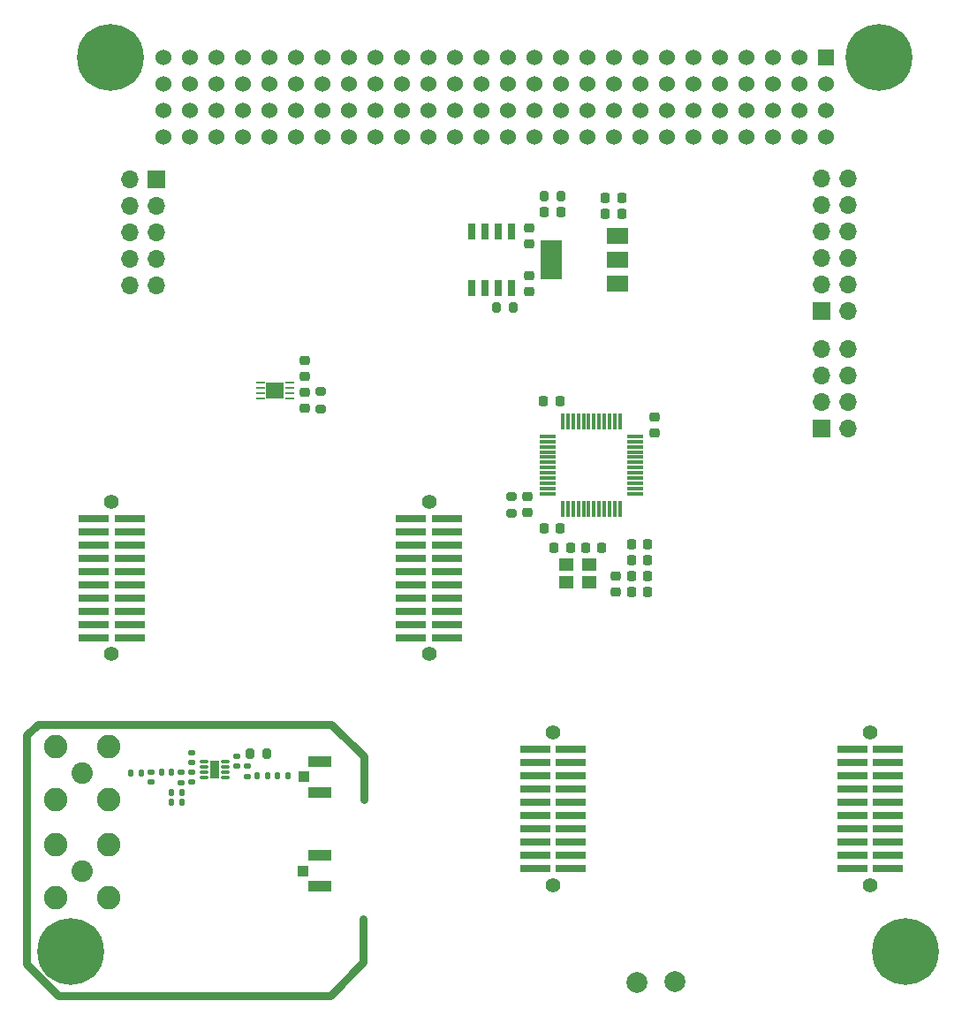
<source format=gts>
G04 #@! TF.GenerationSoftware,KiCad,Pcbnew,(6.0.7-1)-1*
G04 #@! TF.CreationDate,2023-01-03T11:55:49-05:00*
G04 #@! TF.ProjectId,comm-rfb,636f6d6d-2d72-4666-922e-6b696361645f,rev?*
G04 #@! TF.SameCoordinates,Original*
G04 #@! TF.FileFunction,Soldermask,Top*
G04 #@! TF.FilePolarity,Negative*
%FSLAX46Y46*%
G04 Gerber Fmt 4.6, Leading zero omitted, Abs format (unit mm)*
G04 Created by KiCad (PCBNEW (6.0.7-1)-1) date 2023-01-03 11:55:49*
%MOMM*%
%LPD*%
G01*
G04 APERTURE LIST*
G04 Aperture macros list*
%AMRoundRect*
0 Rectangle with rounded corners*
0 $1 Rounding radius*
0 $2 $3 $4 $5 $6 $7 $8 $9 X,Y pos of 4 corners*
0 Add a 4 corners polygon primitive as box body*
4,1,4,$2,$3,$4,$5,$6,$7,$8,$9,$2,$3,0*
0 Add four circle primitives for the rounded corners*
1,1,$1+$1,$2,$3*
1,1,$1+$1,$4,$5*
1,1,$1+$1,$6,$7*
1,1,$1+$1,$8,$9*
0 Add four rect primitives between the rounded corners*
20,1,$1+$1,$2,$3,$4,$5,0*
20,1,$1+$1,$4,$5,$6,$7,0*
20,1,$1+$1,$6,$7,$8,$9,0*
20,1,$1+$1,$8,$9,$2,$3,0*%
G04 Aperture macros list end*
%ADD10C,0.762000*%
%ADD11RoundRect,0.140000X0.170000X-0.140000X0.170000X0.140000X-0.170000X0.140000X-0.170000X-0.140000X0*%
%ADD12C,6.400000*%
%ADD13C,3.600000*%
%ADD14RoundRect,0.140000X-0.170000X0.140000X-0.170000X-0.140000X0.170000X-0.140000X0.170000X0.140000X0*%
%ADD15RoundRect,0.225000X0.250000X-0.225000X0.250000X0.225000X-0.250000X0.225000X-0.250000X-0.225000X0*%
%ADD16RoundRect,0.225000X-0.250000X0.225000X-0.250000X-0.225000X0.250000X-0.225000X0.250000X0.225000X0*%
%ADD17C,1.420000*%
%ADD18R,2.920000X0.740000*%
%ADD19RoundRect,0.225000X-0.225000X-0.250000X0.225000X-0.250000X0.225000X0.250000X-0.225000X0.250000X0*%
%ADD20RoundRect,0.147500X0.172500X-0.147500X0.172500X0.147500X-0.172500X0.147500X-0.172500X-0.147500X0*%
%ADD21RoundRect,0.225000X0.225000X0.250000X-0.225000X0.250000X-0.225000X-0.250000X0.225000X-0.250000X0*%
%ADD22RoundRect,0.135000X0.185000X-0.135000X0.185000X0.135000X-0.185000X0.135000X-0.185000X-0.135000X0*%
%ADD23RoundRect,0.140000X0.140000X0.170000X-0.140000X0.170000X-0.140000X-0.170000X0.140000X-0.170000X0*%
%ADD24C,2.050000*%
%ADD25C,2.250000*%
%ADD26C,2.000000*%
%ADD27RoundRect,0.218750X0.218750X0.256250X-0.218750X0.256250X-0.218750X-0.256250X0.218750X-0.256250X0*%
%ADD28R,0.812800X0.254000*%
%ADD29R,1.752600X1.549400*%
%ADD30RoundRect,0.200000X0.200000X0.275000X-0.200000X0.275000X-0.200000X-0.275000X0.200000X-0.275000X0*%
%ADD31R,0.650000X1.525000*%
%ADD32R,1.400000X1.200000*%
%ADD33R,1.050000X1.000000*%
%ADD34R,2.200000X1.050000*%
%ADD35RoundRect,0.218750X-0.218750X-0.256250X0.218750X-0.256250X0.218750X0.256250X-0.218750X0.256250X0*%
%ADD36RoundRect,0.200000X-0.275000X0.200000X-0.275000X-0.200000X0.275000X-0.200000X0.275000X0.200000X0*%
%ADD37RoundRect,0.135000X0.135000X0.185000X-0.135000X0.185000X-0.135000X-0.185000X0.135000X-0.185000X0*%
%ADD38R,1.524000X1.524000*%
%ADD39C,1.524000*%
%ADD40R,1.700000X1.700000*%
%ADD41O,1.700000X1.700000*%
%ADD42RoundRect,0.147500X0.147500X0.172500X-0.147500X0.172500X-0.147500X-0.172500X0.147500X-0.172500X0*%
%ADD43RoundRect,0.033000X0.117000X-0.747000X0.117000X0.747000X-0.117000X0.747000X-0.117000X-0.747000X0*%
%ADD44RoundRect,0.033000X0.747000X0.117000X-0.747000X0.117000X-0.747000X-0.117000X0.747000X-0.117000X0*%
%ADD45RoundRect,0.033000X-0.117000X0.747000X-0.117000X-0.747000X0.117000X-0.747000X0.117000X0.747000X0*%
%ADD46RoundRect,0.033000X-0.747000X-0.117000X0.747000X-0.117000X0.747000X0.117000X-0.747000X0.117000X0*%
%ADD47RoundRect,0.200000X0.275000X-0.200000X0.275000X0.200000X-0.275000X0.200000X-0.275000X-0.200000X0*%
%ADD48R,2.000000X1.500000*%
%ADD49R,2.000000X3.800000*%
%ADD50RoundRect,0.007800X0.347200X0.122200X-0.347200X0.122200X-0.347200X-0.122200X0.347200X-0.122200X0*%
%ADD51RoundRect,0.007800X-0.347200X-0.122200X0.347200X-0.122200X0.347200X0.122200X-0.347200X0.122200X0*%
%ADD52R,0.900000X1.700000*%
%ADD53RoundRect,0.200000X-0.200000X-0.275000X0.200000X-0.275000X0.200000X0.275000X-0.200000X0.275000X0*%
%ADD54RoundRect,0.218750X-0.256250X0.218750X-0.256250X-0.218750X0.256250X-0.218750X0.256250X0.218750X0*%
G04 APERTURE END LIST*
D10*
X111150400Y-115976400D02*
X110083600Y-117043200D01*
X142392400Y-123164600D02*
X142392400Y-119075200D01*
X139293600Y-115976400D02*
X111150400Y-115976400D01*
X110083600Y-117043200D02*
X110083600Y-138887200D01*
X113131600Y-141986000D02*
X139141200Y-141986000D01*
X142341600Y-138734800D02*
X142341600Y-134645400D01*
X139141200Y-141986000D02*
X142341600Y-138785600D01*
X110083600Y-138938000D02*
X113131600Y-141986000D01*
X142392400Y-119075200D02*
X139293600Y-115976400D01*
D11*
X125907800Y-119631400D03*
X125907800Y-118671400D03*
D12*
X191770000Y-52070000D03*
D13*
X191770000Y-52070000D03*
D14*
X122021600Y-120576400D03*
X122021600Y-121536400D03*
D15*
X136728200Y-82639200D03*
X136728200Y-81089200D03*
D11*
X130225800Y-119987000D03*
X130225800Y-119027000D03*
D16*
X158190800Y-72961200D03*
X158190800Y-74511200D03*
D17*
X160489400Y-116774000D03*
X160489400Y-131384000D03*
D18*
X162204400Y-129794000D03*
X158774400Y-129794000D03*
X162204400Y-128524000D03*
X158774400Y-128524000D03*
X162204400Y-127254000D03*
X158774400Y-127254000D03*
X162204400Y-125984000D03*
X158774400Y-125984000D03*
X162204400Y-124714000D03*
X158774400Y-124714000D03*
X162204400Y-123444000D03*
X158774400Y-123444000D03*
X162204400Y-122174000D03*
X158774400Y-122174000D03*
X162204400Y-120904000D03*
X158774400Y-120904000D03*
X162204400Y-119634000D03*
X158774400Y-119634000D03*
X162204400Y-118364000D03*
X158774400Y-118364000D03*
D19*
X163613800Y-99110800D03*
X165163800Y-99110800D03*
D13*
X118110000Y-52070000D03*
D12*
X118110000Y-52070000D03*
D20*
X125907800Y-121541400D03*
X125907800Y-120571400D03*
D21*
X161201400Y-97231200D03*
X159651400Y-97231200D03*
X162166600Y-99110800D03*
X160616600Y-99110800D03*
D12*
X114300000Y-137795000D03*
D13*
X114300000Y-137795000D03*
D21*
X167094200Y-67056000D03*
X165544200Y-67056000D03*
D22*
X124891800Y-121566400D03*
X124891800Y-120546400D03*
D15*
X158089600Y-95720200D03*
X158089600Y-94170200D03*
D19*
X168046400Y-98755200D03*
X169596400Y-98755200D03*
D23*
X123924000Y-120599200D03*
X122964000Y-120599200D03*
D24*
X115366800Y-130048000D03*
D25*
X117906800Y-127508000D03*
X117906800Y-132588000D03*
X112826800Y-127508000D03*
X112826800Y-132588000D03*
D26*
X172161200Y-140665200D03*
D27*
X161264300Y-66878200D03*
X159689300Y-66878200D03*
D19*
X159600600Y-85039200D03*
X161150600Y-85039200D03*
X168020900Y-100279200D03*
X169570900Y-100279200D03*
D26*
X168554400Y-140716000D03*
D28*
X132461000Y-83273199D03*
X132461000Y-83773200D03*
X132461000Y-84273200D03*
X132461000Y-84773201D03*
X135255000Y-84773201D03*
X135255000Y-84273200D03*
X135255000Y-83773200D03*
X135255000Y-83273199D03*
D29*
X133858000Y-84023200D03*
D30*
X133084800Y-118770400D03*
X131434800Y-118770400D03*
D31*
X156539800Y-68738200D03*
X155269800Y-68738200D03*
X153999800Y-68738200D03*
X152729800Y-68738200D03*
X152729800Y-74162200D03*
X153999800Y-74162200D03*
X155269800Y-74162200D03*
X156539800Y-74162200D03*
D21*
X169570900Y-103327200D03*
X168020900Y-103327200D03*
D30*
X156729800Y-76022200D03*
X155079800Y-76022200D03*
D32*
X164015600Y-100699200D03*
X161815600Y-100699200D03*
X161815600Y-102399200D03*
X164015600Y-102399200D03*
D23*
X124914600Y-122504200D03*
X123954600Y-122504200D03*
D33*
X136594600Y-121005600D03*
D34*
X138119600Y-119530600D03*
X138119600Y-122480600D03*
D35*
X168008400Y-101803200D03*
X169583400Y-101803200D03*
D36*
X156565600Y-94120200D03*
X156565600Y-95770200D03*
D24*
X115417600Y-120650000D03*
D25*
X117957600Y-118110000D03*
X112877600Y-118110000D03*
X117957600Y-123190000D03*
X112877600Y-123190000D03*
D37*
X121083800Y-120624600D03*
X120063800Y-120624600D03*
D27*
X167106300Y-65532000D03*
X165531300Y-65532000D03*
D38*
X186690000Y-52070000D03*
D39*
X186690000Y-54610000D03*
X184150000Y-52070000D03*
X184150000Y-54610000D03*
X181610000Y-52070000D03*
X181610000Y-54610000D03*
X179070000Y-52070000D03*
X179070000Y-54610000D03*
X176530000Y-52070000D03*
X176530000Y-54610000D03*
X173990000Y-52070000D03*
X173990000Y-54610000D03*
X171450000Y-52070000D03*
X171450000Y-54610000D03*
X168910000Y-52070000D03*
X168910000Y-54610000D03*
X166370000Y-52070000D03*
X166370000Y-54610000D03*
X163830000Y-52070000D03*
X163830000Y-54610000D03*
X161290000Y-52070000D03*
X161290000Y-54610000D03*
X158750000Y-52070000D03*
X158750000Y-54610000D03*
X156210000Y-52070000D03*
X156210000Y-54610000D03*
X153670000Y-52070000D03*
X153670000Y-54610000D03*
X151130000Y-52070000D03*
X151130000Y-54610000D03*
X148590000Y-52070000D03*
X148590000Y-54610000D03*
X146050000Y-52070000D03*
X146050000Y-54610000D03*
X143510000Y-52070000D03*
X143510000Y-54610000D03*
X140970000Y-52070000D03*
X140970000Y-54610000D03*
X138430000Y-52070000D03*
X138430000Y-54610000D03*
X135890000Y-52070000D03*
X135890000Y-54610000D03*
X133350000Y-52070000D03*
X133350000Y-54610000D03*
X130810000Y-52070000D03*
X130810000Y-54610000D03*
X128270000Y-52070000D03*
X128270000Y-54610000D03*
X125730000Y-52070000D03*
X125730000Y-54610000D03*
X123190000Y-52070000D03*
X123190000Y-54610000D03*
X186690000Y-57150000D03*
X186690000Y-59690000D03*
X184150000Y-57150000D03*
X184150000Y-59690000D03*
X181610000Y-57150000D03*
X181610000Y-59690000D03*
X179070000Y-57150000D03*
X179070000Y-59690000D03*
X176530000Y-57150000D03*
X176530000Y-59690000D03*
X173990000Y-57150000D03*
X173990000Y-59690000D03*
X171450000Y-57150000D03*
X171450000Y-59690000D03*
X168910000Y-57150000D03*
X168910000Y-59690000D03*
X166370000Y-57150000D03*
X166370000Y-59690000D03*
X163830000Y-57150000D03*
X163830000Y-59690000D03*
X161290000Y-57150000D03*
X161290000Y-59690000D03*
X158750000Y-57150000D03*
X158750000Y-59690000D03*
X156210000Y-57150000D03*
X156210000Y-59690000D03*
X153670000Y-57150000D03*
X153670000Y-59690000D03*
X151130000Y-57150000D03*
X151130000Y-59690000D03*
X148590000Y-57150000D03*
X148590000Y-59690000D03*
X146050000Y-57150000D03*
X146050000Y-59690000D03*
X143510000Y-57150000D03*
X143510000Y-59690000D03*
X140970000Y-57150000D03*
X140970000Y-59690000D03*
X138430000Y-57150000D03*
X138430000Y-59690000D03*
X135890000Y-57150000D03*
X135890000Y-59690000D03*
X133350000Y-57150000D03*
X133350000Y-59690000D03*
X130810000Y-57150000D03*
X130810000Y-59690000D03*
X128270000Y-57150000D03*
X128270000Y-59690000D03*
X125730000Y-57150000D03*
X125730000Y-59690000D03*
X123190000Y-57150000D03*
X123190000Y-59690000D03*
D16*
X166522400Y-101790200D03*
X166522400Y-103340200D03*
D23*
X133146600Y-120954800D03*
X132186600Y-120954800D03*
D17*
X118211600Y-109260600D03*
X118211600Y-94650600D03*
D18*
X119926600Y-107670600D03*
X116496600Y-107670600D03*
X119926600Y-106400600D03*
X116496600Y-106400600D03*
X119926600Y-105130600D03*
X116496600Y-105130600D03*
X119926600Y-103860600D03*
X116496600Y-103860600D03*
X119926600Y-102590600D03*
X116496600Y-102590600D03*
X119926600Y-101320600D03*
X116496600Y-101320600D03*
X119926600Y-100050600D03*
X116496600Y-100050600D03*
X119926600Y-98780600D03*
X116496600Y-98780600D03*
X119926600Y-97510600D03*
X116496600Y-97510600D03*
X119926600Y-96240600D03*
X116496600Y-96240600D03*
D40*
X186232800Y-87620000D03*
D41*
X188772800Y-87620000D03*
X186232800Y-85080000D03*
X188772800Y-85080000D03*
X186232800Y-82540000D03*
X188772800Y-82540000D03*
X186232800Y-80000000D03*
X188772800Y-80000000D03*
D33*
X136589600Y-130048000D03*
D34*
X138114600Y-128573000D03*
X138114600Y-131523000D03*
D17*
X148615400Y-94650600D03*
X148615400Y-109260600D03*
D18*
X150330400Y-107670600D03*
X146900400Y-107670600D03*
X150330400Y-106400600D03*
X146900400Y-106400600D03*
X150330400Y-105130600D03*
X146900400Y-105130600D03*
X150330400Y-103860600D03*
X146900400Y-103860600D03*
X150330400Y-102590600D03*
X146900400Y-102590600D03*
X150330400Y-101320600D03*
X146900400Y-101320600D03*
X150330400Y-100050600D03*
X146900400Y-100050600D03*
X150330400Y-98780600D03*
X146900400Y-98780600D03*
X150330400Y-97510600D03*
X146900400Y-97510600D03*
X150330400Y-96240600D03*
X146900400Y-96240600D03*
D42*
X135082000Y-120954800D03*
X134112000Y-120954800D03*
D43*
X161435600Y-95315200D03*
X161935600Y-95315200D03*
X162435600Y-95315200D03*
X162935600Y-95315200D03*
X163435600Y-95315200D03*
X163935600Y-95315200D03*
X164435600Y-95315200D03*
X164935600Y-95315200D03*
X165435600Y-95315200D03*
X165935600Y-95315200D03*
X166435600Y-95315200D03*
X166935600Y-95315200D03*
D44*
X168365600Y-93885200D03*
X168365600Y-93385200D03*
X168365600Y-92885200D03*
X168365600Y-92385200D03*
X168365600Y-91885200D03*
X168365600Y-91385200D03*
X168365600Y-90885200D03*
X168365600Y-90385200D03*
X168365600Y-89885200D03*
X168365600Y-89385200D03*
X168365600Y-88885200D03*
X168365600Y-88385200D03*
D45*
X166935600Y-86955200D03*
X166435600Y-86955200D03*
X165935600Y-86955200D03*
X165435600Y-86955200D03*
X164935600Y-86955200D03*
X164435600Y-86955200D03*
X163935600Y-86955200D03*
X163435600Y-86955200D03*
X162935600Y-86955200D03*
X162435600Y-86955200D03*
X161935600Y-86955200D03*
X161435600Y-86955200D03*
D46*
X160005600Y-88385200D03*
X160005600Y-88885200D03*
X160005600Y-89385200D03*
X160005600Y-89885200D03*
X160005600Y-90385200D03*
X160005600Y-90885200D03*
X160005600Y-91385200D03*
X160005600Y-91885200D03*
X160005600Y-92385200D03*
X160005600Y-92885200D03*
X160005600Y-93385200D03*
X160005600Y-93885200D03*
D13*
X194310000Y-137795000D03*
D12*
X194310000Y-137795000D03*
D16*
X158190800Y-68389200D03*
X158190800Y-69939200D03*
D47*
X138277600Y-85762600D03*
X138277600Y-84112600D03*
D40*
X122465000Y-63734000D03*
D41*
X119925000Y-63734000D03*
X122465000Y-66274000D03*
X119925000Y-66274000D03*
X122465000Y-68814000D03*
X119925000Y-68814000D03*
X122465000Y-71354000D03*
X119925000Y-71354000D03*
X122465000Y-73894000D03*
X119925000Y-73894000D03*
D48*
X166674800Y-73750200D03*
D49*
X160374800Y-71450200D03*
D48*
X166674800Y-71450200D03*
X166674800Y-69150200D03*
D40*
X186272000Y-76378200D03*
D41*
X188812000Y-76378200D03*
X186272000Y-73838200D03*
X188812000Y-73838200D03*
X186272000Y-71298200D03*
X188812000Y-71298200D03*
X186272000Y-68758200D03*
X188812000Y-68758200D03*
X186272000Y-66218200D03*
X188812000Y-66218200D03*
X186272000Y-63678200D03*
X188812000Y-63678200D03*
D17*
X190890000Y-116774000D03*
X190890000Y-131384000D03*
D18*
X192605000Y-129794000D03*
X189175000Y-129794000D03*
X192605000Y-128524000D03*
X189175000Y-128524000D03*
X192605000Y-127254000D03*
X189175000Y-127254000D03*
X192605000Y-125984000D03*
X189175000Y-125984000D03*
X192605000Y-124714000D03*
X189175000Y-124714000D03*
X192605000Y-123444000D03*
X189175000Y-123444000D03*
X192605000Y-122174000D03*
X189175000Y-122174000D03*
X192605000Y-120904000D03*
X189175000Y-120904000D03*
X192605000Y-119634000D03*
X189175000Y-119634000D03*
X192605000Y-118364000D03*
X189175000Y-118364000D03*
D23*
X124914600Y-123494800D03*
X123954600Y-123494800D03*
D50*
X129071800Y-121044400D03*
X129071800Y-120544400D03*
X129071800Y-120044400D03*
X129071800Y-119544400D03*
D51*
X127061800Y-119544400D03*
X127061800Y-120044400D03*
X127061800Y-120544400D03*
X127061800Y-121044400D03*
D52*
X128066800Y-120294400D03*
D53*
X159651800Y-65354200D03*
X161301800Y-65354200D03*
D54*
X136728200Y-84150100D03*
X136728200Y-85725100D03*
D20*
X131241800Y-120982600D03*
X131241800Y-120012600D03*
D16*
X170281600Y-86550200D03*
X170281600Y-88100200D03*
M02*

</source>
